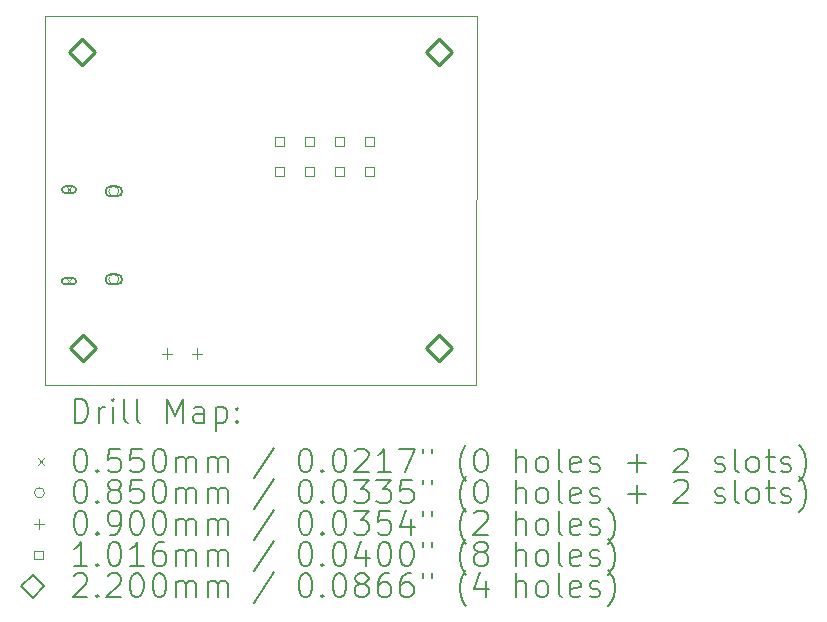
<source format=gbr>
%TF.GenerationSoftware,KiCad,Pcbnew,(6.0.7)*%
%TF.CreationDate,2022-09-15T17:22:23-05:00*%
%TF.ProjectId,starlightremote,73746172-6c69-4676-9874-72656d6f7465,rev?*%
%TF.SameCoordinates,Original*%
%TF.FileFunction,Drillmap*%
%TF.FilePolarity,Positive*%
%FSLAX45Y45*%
G04 Gerber Fmt 4.5, Leading zero omitted, Abs format (unit mm)*
G04 Created by KiCad (PCBNEW (6.0.7)) date 2022-09-15 17:22:23*
%MOMM*%
%LPD*%
G01*
G04 APERTURE LIST*
%ADD10C,0.100000*%
%ADD11C,0.200000*%
%ADD12C,0.055000*%
%ADD13C,0.085000*%
%ADD14C,0.090000*%
%ADD15C,0.101600*%
%ADD16C,0.220000*%
G04 APERTURE END LIST*
D10*
X12620625Y-10318750D02*
X8969375Y-10318750D01*
X8969375Y-7188200D02*
X12623800Y-7188200D01*
X12623800Y-7188200D02*
X12620625Y-10318750D01*
X8969375Y-10318750D02*
X8969375Y-7188200D01*
D11*
D12*
X9143750Y-8633750D02*
X9198750Y-8688750D01*
X9198750Y-8633750D02*
X9143750Y-8688750D01*
D11*
X9203750Y-8633750D02*
X9138750Y-8633750D01*
X9203750Y-8688750D02*
X9138750Y-8688750D01*
X9138750Y-8633750D02*
G75*
G03*
X9138750Y-8688750I0J-27500D01*
G01*
X9203750Y-8688750D02*
G75*
G03*
X9203750Y-8633750I0J27500D01*
G01*
D12*
X9143750Y-9408750D02*
X9198750Y-9463750D01*
X9198750Y-9408750D02*
X9143750Y-9463750D01*
D11*
X9203750Y-9408750D02*
X9138750Y-9408750D01*
X9203750Y-9463750D02*
X9138750Y-9463750D01*
X9138750Y-9408750D02*
G75*
G03*
X9138750Y-9463750I0J-27500D01*
G01*
X9203750Y-9463750D02*
G75*
G03*
X9203750Y-9408750I0J27500D01*
G01*
D13*
X9593750Y-8676250D02*
G75*
G03*
X9593750Y-8676250I-42500J0D01*
G01*
D11*
X9578750Y-8633750D02*
X9523750Y-8633750D01*
X9578750Y-8718750D02*
X9523750Y-8718750D01*
X9523750Y-8633750D02*
G75*
G03*
X9523750Y-8718750I0J-42500D01*
G01*
X9578750Y-8718750D02*
G75*
G03*
X9578750Y-8633750I0J42500D01*
G01*
D13*
X9593750Y-9421250D02*
G75*
G03*
X9593750Y-9421250I-42500J0D01*
G01*
D11*
X9578750Y-9378750D02*
X9523750Y-9378750D01*
X9578750Y-9463750D02*
X9523750Y-9463750D01*
X9523750Y-9378750D02*
G75*
G03*
X9523750Y-9463750I0J-42500D01*
G01*
X9578750Y-9463750D02*
G75*
G03*
X9578750Y-9378750I0J42500D01*
G01*
D14*
X10001250Y-10005000D02*
X10001250Y-10095000D01*
X9956250Y-10050000D02*
X10046250Y-10050000D01*
X10255250Y-10005000D02*
X10255250Y-10095000D01*
X10210250Y-10050000D02*
X10300250Y-10050000D01*
D15*
X10989671Y-8290921D02*
X10989671Y-8219079D01*
X10917829Y-8219079D01*
X10917829Y-8290921D01*
X10989671Y-8290921D01*
X10989671Y-8544921D02*
X10989671Y-8473079D01*
X10917829Y-8473079D01*
X10917829Y-8544921D01*
X10989671Y-8544921D01*
X11243671Y-8290921D02*
X11243671Y-8219079D01*
X11171829Y-8219079D01*
X11171829Y-8290921D01*
X11243671Y-8290921D01*
X11243671Y-8544921D02*
X11243671Y-8473079D01*
X11171829Y-8473079D01*
X11171829Y-8544921D01*
X11243671Y-8544921D01*
X11497671Y-8290921D02*
X11497671Y-8219079D01*
X11425829Y-8219079D01*
X11425829Y-8290921D01*
X11497671Y-8290921D01*
X11497671Y-8544921D02*
X11497671Y-8473079D01*
X11425829Y-8473079D01*
X11425829Y-8544921D01*
X11497671Y-8544921D01*
X11751671Y-8290921D02*
X11751671Y-8219079D01*
X11679829Y-8219079D01*
X11679829Y-8290921D01*
X11751671Y-8290921D01*
X11751671Y-8544921D02*
X11751671Y-8473079D01*
X11679829Y-8473079D01*
X11679829Y-8544921D01*
X11751671Y-8544921D01*
D16*
X9284125Y-7609350D02*
X9394125Y-7499350D01*
X9284125Y-7389350D01*
X9174125Y-7499350D01*
X9284125Y-7609350D01*
X9286875Y-10111250D02*
X9396875Y-10001250D01*
X9286875Y-9891250D01*
X9176875Y-10001250D01*
X9286875Y-10111250D01*
X12300375Y-7609350D02*
X12410375Y-7499350D01*
X12300375Y-7389350D01*
X12190375Y-7499350D01*
X12300375Y-7609350D01*
X12303125Y-10111250D02*
X12413125Y-10001250D01*
X12303125Y-9891250D01*
X12193125Y-10001250D01*
X12303125Y-10111250D01*
D11*
X9221994Y-10634226D02*
X9221994Y-10434226D01*
X9269613Y-10434226D01*
X9298185Y-10443750D01*
X9317232Y-10462798D01*
X9326756Y-10481845D01*
X9336280Y-10519940D01*
X9336280Y-10548512D01*
X9326756Y-10586607D01*
X9317232Y-10605655D01*
X9298185Y-10624702D01*
X9269613Y-10634226D01*
X9221994Y-10634226D01*
X9421994Y-10634226D02*
X9421994Y-10500893D01*
X9421994Y-10538988D02*
X9431518Y-10519940D01*
X9441042Y-10510417D01*
X9460089Y-10500893D01*
X9479137Y-10500893D01*
X9545804Y-10634226D02*
X9545804Y-10500893D01*
X9545804Y-10434226D02*
X9536280Y-10443750D01*
X9545804Y-10453274D01*
X9555327Y-10443750D01*
X9545804Y-10434226D01*
X9545804Y-10453274D01*
X9669613Y-10634226D02*
X9650565Y-10624702D01*
X9641042Y-10605655D01*
X9641042Y-10434226D01*
X9774375Y-10634226D02*
X9755327Y-10624702D01*
X9745804Y-10605655D01*
X9745804Y-10434226D01*
X10002946Y-10634226D02*
X10002946Y-10434226D01*
X10069613Y-10577083D01*
X10136280Y-10434226D01*
X10136280Y-10634226D01*
X10317232Y-10634226D02*
X10317232Y-10529464D01*
X10307708Y-10510417D01*
X10288661Y-10500893D01*
X10250565Y-10500893D01*
X10231518Y-10510417D01*
X10317232Y-10624702D02*
X10298185Y-10634226D01*
X10250565Y-10634226D01*
X10231518Y-10624702D01*
X10221994Y-10605655D01*
X10221994Y-10586607D01*
X10231518Y-10567560D01*
X10250565Y-10558036D01*
X10298185Y-10558036D01*
X10317232Y-10548512D01*
X10412470Y-10500893D02*
X10412470Y-10700893D01*
X10412470Y-10510417D02*
X10431518Y-10500893D01*
X10469613Y-10500893D01*
X10488661Y-10510417D01*
X10498185Y-10519940D01*
X10507708Y-10538988D01*
X10507708Y-10596131D01*
X10498185Y-10615179D01*
X10488661Y-10624702D01*
X10469613Y-10634226D01*
X10431518Y-10634226D01*
X10412470Y-10624702D01*
X10593423Y-10615179D02*
X10602946Y-10624702D01*
X10593423Y-10634226D01*
X10583899Y-10624702D01*
X10593423Y-10615179D01*
X10593423Y-10634226D01*
X10593423Y-10510417D02*
X10602946Y-10519940D01*
X10593423Y-10529464D01*
X10583899Y-10519940D01*
X10593423Y-10510417D01*
X10593423Y-10529464D01*
D12*
X8909375Y-10936250D02*
X8964375Y-10991250D01*
X8964375Y-10936250D02*
X8909375Y-10991250D01*
D11*
X9260089Y-10854226D02*
X9279137Y-10854226D01*
X9298185Y-10863750D01*
X9307708Y-10873274D01*
X9317232Y-10892321D01*
X9326756Y-10930417D01*
X9326756Y-10978036D01*
X9317232Y-11016131D01*
X9307708Y-11035179D01*
X9298185Y-11044702D01*
X9279137Y-11054226D01*
X9260089Y-11054226D01*
X9241042Y-11044702D01*
X9231518Y-11035179D01*
X9221994Y-11016131D01*
X9212470Y-10978036D01*
X9212470Y-10930417D01*
X9221994Y-10892321D01*
X9231518Y-10873274D01*
X9241042Y-10863750D01*
X9260089Y-10854226D01*
X9412470Y-11035179D02*
X9421994Y-11044702D01*
X9412470Y-11054226D01*
X9402946Y-11044702D01*
X9412470Y-11035179D01*
X9412470Y-11054226D01*
X9602946Y-10854226D02*
X9507708Y-10854226D01*
X9498185Y-10949464D01*
X9507708Y-10939940D01*
X9526756Y-10930417D01*
X9574375Y-10930417D01*
X9593423Y-10939940D01*
X9602946Y-10949464D01*
X9612470Y-10968512D01*
X9612470Y-11016131D01*
X9602946Y-11035179D01*
X9593423Y-11044702D01*
X9574375Y-11054226D01*
X9526756Y-11054226D01*
X9507708Y-11044702D01*
X9498185Y-11035179D01*
X9793423Y-10854226D02*
X9698185Y-10854226D01*
X9688661Y-10949464D01*
X9698185Y-10939940D01*
X9717232Y-10930417D01*
X9764851Y-10930417D01*
X9783899Y-10939940D01*
X9793423Y-10949464D01*
X9802946Y-10968512D01*
X9802946Y-11016131D01*
X9793423Y-11035179D01*
X9783899Y-11044702D01*
X9764851Y-11054226D01*
X9717232Y-11054226D01*
X9698185Y-11044702D01*
X9688661Y-11035179D01*
X9926756Y-10854226D02*
X9945804Y-10854226D01*
X9964851Y-10863750D01*
X9974375Y-10873274D01*
X9983899Y-10892321D01*
X9993423Y-10930417D01*
X9993423Y-10978036D01*
X9983899Y-11016131D01*
X9974375Y-11035179D01*
X9964851Y-11044702D01*
X9945804Y-11054226D01*
X9926756Y-11054226D01*
X9907708Y-11044702D01*
X9898185Y-11035179D01*
X9888661Y-11016131D01*
X9879137Y-10978036D01*
X9879137Y-10930417D01*
X9888661Y-10892321D01*
X9898185Y-10873274D01*
X9907708Y-10863750D01*
X9926756Y-10854226D01*
X10079137Y-11054226D02*
X10079137Y-10920893D01*
X10079137Y-10939940D02*
X10088661Y-10930417D01*
X10107708Y-10920893D01*
X10136280Y-10920893D01*
X10155327Y-10930417D01*
X10164851Y-10949464D01*
X10164851Y-11054226D01*
X10164851Y-10949464D02*
X10174375Y-10930417D01*
X10193423Y-10920893D01*
X10221994Y-10920893D01*
X10241042Y-10930417D01*
X10250565Y-10949464D01*
X10250565Y-11054226D01*
X10345804Y-11054226D02*
X10345804Y-10920893D01*
X10345804Y-10939940D02*
X10355327Y-10930417D01*
X10374375Y-10920893D01*
X10402946Y-10920893D01*
X10421994Y-10930417D01*
X10431518Y-10949464D01*
X10431518Y-11054226D01*
X10431518Y-10949464D02*
X10441042Y-10930417D01*
X10460089Y-10920893D01*
X10488661Y-10920893D01*
X10507708Y-10930417D01*
X10517232Y-10949464D01*
X10517232Y-11054226D01*
X10907708Y-10844702D02*
X10736280Y-11101845D01*
X11164851Y-10854226D02*
X11183899Y-10854226D01*
X11202946Y-10863750D01*
X11212470Y-10873274D01*
X11221994Y-10892321D01*
X11231518Y-10930417D01*
X11231518Y-10978036D01*
X11221994Y-11016131D01*
X11212470Y-11035179D01*
X11202946Y-11044702D01*
X11183899Y-11054226D01*
X11164851Y-11054226D01*
X11145804Y-11044702D01*
X11136280Y-11035179D01*
X11126756Y-11016131D01*
X11117232Y-10978036D01*
X11117232Y-10930417D01*
X11126756Y-10892321D01*
X11136280Y-10873274D01*
X11145804Y-10863750D01*
X11164851Y-10854226D01*
X11317232Y-11035179D02*
X11326756Y-11044702D01*
X11317232Y-11054226D01*
X11307708Y-11044702D01*
X11317232Y-11035179D01*
X11317232Y-11054226D01*
X11450565Y-10854226D02*
X11469613Y-10854226D01*
X11488661Y-10863750D01*
X11498184Y-10873274D01*
X11507708Y-10892321D01*
X11517232Y-10930417D01*
X11517232Y-10978036D01*
X11507708Y-11016131D01*
X11498184Y-11035179D01*
X11488661Y-11044702D01*
X11469613Y-11054226D01*
X11450565Y-11054226D01*
X11431518Y-11044702D01*
X11421994Y-11035179D01*
X11412470Y-11016131D01*
X11402946Y-10978036D01*
X11402946Y-10930417D01*
X11412470Y-10892321D01*
X11421994Y-10873274D01*
X11431518Y-10863750D01*
X11450565Y-10854226D01*
X11593423Y-10873274D02*
X11602946Y-10863750D01*
X11621994Y-10854226D01*
X11669613Y-10854226D01*
X11688661Y-10863750D01*
X11698184Y-10873274D01*
X11707708Y-10892321D01*
X11707708Y-10911369D01*
X11698184Y-10939940D01*
X11583899Y-11054226D01*
X11707708Y-11054226D01*
X11898184Y-11054226D02*
X11783899Y-11054226D01*
X11841042Y-11054226D02*
X11841042Y-10854226D01*
X11821994Y-10882798D01*
X11802946Y-10901845D01*
X11783899Y-10911369D01*
X11964851Y-10854226D02*
X12098184Y-10854226D01*
X12012470Y-11054226D01*
X12164851Y-10854226D02*
X12164851Y-10892321D01*
X12241042Y-10854226D02*
X12241042Y-10892321D01*
X12536280Y-11130417D02*
X12526756Y-11120893D01*
X12507708Y-11092321D01*
X12498184Y-11073274D01*
X12488661Y-11044702D01*
X12479137Y-10997083D01*
X12479137Y-10958988D01*
X12488661Y-10911369D01*
X12498184Y-10882798D01*
X12507708Y-10863750D01*
X12526756Y-10835179D01*
X12536280Y-10825655D01*
X12650565Y-10854226D02*
X12669613Y-10854226D01*
X12688661Y-10863750D01*
X12698184Y-10873274D01*
X12707708Y-10892321D01*
X12717232Y-10930417D01*
X12717232Y-10978036D01*
X12707708Y-11016131D01*
X12698184Y-11035179D01*
X12688661Y-11044702D01*
X12669613Y-11054226D01*
X12650565Y-11054226D01*
X12631518Y-11044702D01*
X12621994Y-11035179D01*
X12612470Y-11016131D01*
X12602946Y-10978036D01*
X12602946Y-10930417D01*
X12612470Y-10892321D01*
X12621994Y-10873274D01*
X12631518Y-10863750D01*
X12650565Y-10854226D01*
X12955327Y-11054226D02*
X12955327Y-10854226D01*
X13041042Y-11054226D02*
X13041042Y-10949464D01*
X13031518Y-10930417D01*
X13012470Y-10920893D01*
X12983899Y-10920893D01*
X12964851Y-10930417D01*
X12955327Y-10939940D01*
X13164851Y-11054226D02*
X13145803Y-11044702D01*
X13136280Y-11035179D01*
X13126756Y-11016131D01*
X13126756Y-10958988D01*
X13136280Y-10939940D01*
X13145803Y-10930417D01*
X13164851Y-10920893D01*
X13193423Y-10920893D01*
X13212470Y-10930417D01*
X13221994Y-10939940D01*
X13231518Y-10958988D01*
X13231518Y-11016131D01*
X13221994Y-11035179D01*
X13212470Y-11044702D01*
X13193423Y-11054226D01*
X13164851Y-11054226D01*
X13345803Y-11054226D02*
X13326756Y-11044702D01*
X13317232Y-11025655D01*
X13317232Y-10854226D01*
X13498184Y-11044702D02*
X13479137Y-11054226D01*
X13441042Y-11054226D01*
X13421994Y-11044702D01*
X13412470Y-11025655D01*
X13412470Y-10949464D01*
X13421994Y-10930417D01*
X13441042Y-10920893D01*
X13479137Y-10920893D01*
X13498184Y-10930417D01*
X13507708Y-10949464D01*
X13507708Y-10968512D01*
X13412470Y-10987560D01*
X13583899Y-11044702D02*
X13602946Y-11054226D01*
X13641042Y-11054226D01*
X13660089Y-11044702D01*
X13669613Y-11025655D01*
X13669613Y-11016131D01*
X13660089Y-10997083D01*
X13641042Y-10987560D01*
X13612470Y-10987560D01*
X13593423Y-10978036D01*
X13583899Y-10958988D01*
X13583899Y-10949464D01*
X13593423Y-10930417D01*
X13612470Y-10920893D01*
X13641042Y-10920893D01*
X13660089Y-10930417D01*
X13907708Y-10978036D02*
X14060089Y-10978036D01*
X13983899Y-11054226D02*
X13983899Y-10901845D01*
X14298184Y-10873274D02*
X14307708Y-10863750D01*
X14326756Y-10854226D01*
X14374375Y-10854226D01*
X14393423Y-10863750D01*
X14402946Y-10873274D01*
X14412470Y-10892321D01*
X14412470Y-10911369D01*
X14402946Y-10939940D01*
X14288661Y-11054226D01*
X14412470Y-11054226D01*
X14641042Y-11044702D02*
X14660089Y-11054226D01*
X14698184Y-11054226D01*
X14717232Y-11044702D01*
X14726756Y-11025655D01*
X14726756Y-11016131D01*
X14717232Y-10997083D01*
X14698184Y-10987560D01*
X14669613Y-10987560D01*
X14650565Y-10978036D01*
X14641042Y-10958988D01*
X14641042Y-10949464D01*
X14650565Y-10930417D01*
X14669613Y-10920893D01*
X14698184Y-10920893D01*
X14717232Y-10930417D01*
X14841042Y-11054226D02*
X14821994Y-11044702D01*
X14812470Y-11025655D01*
X14812470Y-10854226D01*
X14945803Y-11054226D02*
X14926756Y-11044702D01*
X14917232Y-11035179D01*
X14907708Y-11016131D01*
X14907708Y-10958988D01*
X14917232Y-10939940D01*
X14926756Y-10930417D01*
X14945803Y-10920893D01*
X14974375Y-10920893D01*
X14993423Y-10930417D01*
X15002946Y-10939940D01*
X15012470Y-10958988D01*
X15012470Y-11016131D01*
X15002946Y-11035179D01*
X14993423Y-11044702D01*
X14974375Y-11054226D01*
X14945803Y-11054226D01*
X15069613Y-10920893D02*
X15145803Y-10920893D01*
X15098184Y-10854226D02*
X15098184Y-11025655D01*
X15107708Y-11044702D01*
X15126756Y-11054226D01*
X15145803Y-11054226D01*
X15202946Y-11044702D02*
X15221994Y-11054226D01*
X15260089Y-11054226D01*
X15279137Y-11044702D01*
X15288661Y-11025655D01*
X15288661Y-11016131D01*
X15279137Y-10997083D01*
X15260089Y-10987560D01*
X15231518Y-10987560D01*
X15212470Y-10978036D01*
X15202946Y-10958988D01*
X15202946Y-10949464D01*
X15212470Y-10930417D01*
X15231518Y-10920893D01*
X15260089Y-10920893D01*
X15279137Y-10930417D01*
X15355327Y-11130417D02*
X15364851Y-11120893D01*
X15383899Y-11092321D01*
X15393423Y-11073274D01*
X15402946Y-11044702D01*
X15412470Y-10997083D01*
X15412470Y-10958988D01*
X15402946Y-10911369D01*
X15393423Y-10882798D01*
X15383899Y-10863750D01*
X15364851Y-10835179D01*
X15355327Y-10825655D01*
D13*
X8964375Y-11227750D02*
G75*
G03*
X8964375Y-11227750I-42500J0D01*
G01*
D11*
X9260089Y-11118226D02*
X9279137Y-11118226D01*
X9298185Y-11127750D01*
X9307708Y-11137274D01*
X9317232Y-11156321D01*
X9326756Y-11194417D01*
X9326756Y-11242036D01*
X9317232Y-11280131D01*
X9307708Y-11299178D01*
X9298185Y-11308702D01*
X9279137Y-11318226D01*
X9260089Y-11318226D01*
X9241042Y-11308702D01*
X9231518Y-11299178D01*
X9221994Y-11280131D01*
X9212470Y-11242036D01*
X9212470Y-11194417D01*
X9221994Y-11156321D01*
X9231518Y-11137274D01*
X9241042Y-11127750D01*
X9260089Y-11118226D01*
X9412470Y-11299178D02*
X9421994Y-11308702D01*
X9412470Y-11318226D01*
X9402946Y-11308702D01*
X9412470Y-11299178D01*
X9412470Y-11318226D01*
X9536280Y-11203940D02*
X9517232Y-11194417D01*
X9507708Y-11184893D01*
X9498185Y-11165845D01*
X9498185Y-11156321D01*
X9507708Y-11137274D01*
X9517232Y-11127750D01*
X9536280Y-11118226D01*
X9574375Y-11118226D01*
X9593423Y-11127750D01*
X9602946Y-11137274D01*
X9612470Y-11156321D01*
X9612470Y-11165845D01*
X9602946Y-11184893D01*
X9593423Y-11194417D01*
X9574375Y-11203940D01*
X9536280Y-11203940D01*
X9517232Y-11213464D01*
X9507708Y-11222988D01*
X9498185Y-11242036D01*
X9498185Y-11280131D01*
X9507708Y-11299178D01*
X9517232Y-11308702D01*
X9536280Y-11318226D01*
X9574375Y-11318226D01*
X9593423Y-11308702D01*
X9602946Y-11299178D01*
X9612470Y-11280131D01*
X9612470Y-11242036D01*
X9602946Y-11222988D01*
X9593423Y-11213464D01*
X9574375Y-11203940D01*
X9793423Y-11118226D02*
X9698185Y-11118226D01*
X9688661Y-11213464D01*
X9698185Y-11203940D01*
X9717232Y-11194417D01*
X9764851Y-11194417D01*
X9783899Y-11203940D01*
X9793423Y-11213464D01*
X9802946Y-11232512D01*
X9802946Y-11280131D01*
X9793423Y-11299178D01*
X9783899Y-11308702D01*
X9764851Y-11318226D01*
X9717232Y-11318226D01*
X9698185Y-11308702D01*
X9688661Y-11299178D01*
X9926756Y-11118226D02*
X9945804Y-11118226D01*
X9964851Y-11127750D01*
X9974375Y-11137274D01*
X9983899Y-11156321D01*
X9993423Y-11194417D01*
X9993423Y-11242036D01*
X9983899Y-11280131D01*
X9974375Y-11299178D01*
X9964851Y-11308702D01*
X9945804Y-11318226D01*
X9926756Y-11318226D01*
X9907708Y-11308702D01*
X9898185Y-11299178D01*
X9888661Y-11280131D01*
X9879137Y-11242036D01*
X9879137Y-11194417D01*
X9888661Y-11156321D01*
X9898185Y-11137274D01*
X9907708Y-11127750D01*
X9926756Y-11118226D01*
X10079137Y-11318226D02*
X10079137Y-11184893D01*
X10079137Y-11203940D02*
X10088661Y-11194417D01*
X10107708Y-11184893D01*
X10136280Y-11184893D01*
X10155327Y-11194417D01*
X10164851Y-11213464D01*
X10164851Y-11318226D01*
X10164851Y-11213464D02*
X10174375Y-11194417D01*
X10193423Y-11184893D01*
X10221994Y-11184893D01*
X10241042Y-11194417D01*
X10250565Y-11213464D01*
X10250565Y-11318226D01*
X10345804Y-11318226D02*
X10345804Y-11184893D01*
X10345804Y-11203940D02*
X10355327Y-11194417D01*
X10374375Y-11184893D01*
X10402946Y-11184893D01*
X10421994Y-11194417D01*
X10431518Y-11213464D01*
X10431518Y-11318226D01*
X10431518Y-11213464D02*
X10441042Y-11194417D01*
X10460089Y-11184893D01*
X10488661Y-11184893D01*
X10507708Y-11194417D01*
X10517232Y-11213464D01*
X10517232Y-11318226D01*
X10907708Y-11108702D02*
X10736280Y-11365845D01*
X11164851Y-11118226D02*
X11183899Y-11118226D01*
X11202946Y-11127750D01*
X11212470Y-11137274D01*
X11221994Y-11156321D01*
X11231518Y-11194417D01*
X11231518Y-11242036D01*
X11221994Y-11280131D01*
X11212470Y-11299178D01*
X11202946Y-11308702D01*
X11183899Y-11318226D01*
X11164851Y-11318226D01*
X11145804Y-11308702D01*
X11136280Y-11299178D01*
X11126756Y-11280131D01*
X11117232Y-11242036D01*
X11117232Y-11194417D01*
X11126756Y-11156321D01*
X11136280Y-11137274D01*
X11145804Y-11127750D01*
X11164851Y-11118226D01*
X11317232Y-11299178D02*
X11326756Y-11308702D01*
X11317232Y-11318226D01*
X11307708Y-11308702D01*
X11317232Y-11299178D01*
X11317232Y-11318226D01*
X11450565Y-11118226D02*
X11469613Y-11118226D01*
X11488661Y-11127750D01*
X11498184Y-11137274D01*
X11507708Y-11156321D01*
X11517232Y-11194417D01*
X11517232Y-11242036D01*
X11507708Y-11280131D01*
X11498184Y-11299178D01*
X11488661Y-11308702D01*
X11469613Y-11318226D01*
X11450565Y-11318226D01*
X11431518Y-11308702D01*
X11421994Y-11299178D01*
X11412470Y-11280131D01*
X11402946Y-11242036D01*
X11402946Y-11194417D01*
X11412470Y-11156321D01*
X11421994Y-11137274D01*
X11431518Y-11127750D01*
X11450565Y-11118226D01*
X11583899Y-11118226D02*
X11707708Y-11118226D01*
X11641042Y-11194417D01*
X11669613Y-11194417D01*
X11688661Y-11203940D01*
X11698184Y-11213464D01*
X11707708Y-11232512D01*
X11707708Y-11280131D01*
X11698184Y-11299178D01*
X11688661Y-11308702D01*
X11669613Y-11318226D01*
X11612470Y-11318226D01*
X11593423Y-11308702D01*
X11583899Y-11299178D01*
X11774375Y-11118226D02*
X11898184Y-11118226D01*
X11831518Y-11194417D01*
X11860089Y-11194417D01*
X11879137Y-11203940D01*
X11888661Y-11213464D01*
X11898184Y-11232512D01*
X11898184Y-11280131D01*
X11888661Y-11299178D01*
X11879137Y-11308702D01*
X11860089Y-11318226D01*
X11802946Y-11318226D01*
X11783899Y-11308702D01*
X11774375Y-11299178D01*
X12079137Y-11118226D02*
X11983899Y-11118226D01*
X11974375Y-11213464D01*
X11983899Y-11203940D01*
X12002946Y-11194417D01*
X12050565Y-11194417D01*
X12069613Y-11203940D01*
X12079137Y-11213464D01*
X12088661Y-11232512D01*
X12088661Y-11280131D01*
X12079137Y-11299178D01*
X12069613Y-11308702D01*
X12050565Y-11318226D01*
X12002946Y-11318226D01*
X11983899Y-11308702D01*
X11974375Y-11299178D01*
X12164851Y-11118226D02*
X12164851Y-11156321D01*
X12241042Y-11118226D02*
X12241042Y-11156321D01*
X12536280Y-11394417D02*
X12526756Y-11384893D01*
X12507708Y-11356321D01*
X12498184Y-11337274D01*
X12488661Y-11308702D01*
X12479137Y-11261083D01*
X12479137Y-11222988D01*
X12488661Y-11175369D01*
X12498184Y-11146798D01*
X12507708Y-11127750D01*
X12526756Y-11099179D01*
X12536280Y-11089655D01*
X12650565Y-11118226D02*
X12669613Y-11118226D01*
X12688661Y-11127750D01*
X12698184Y-11137274D01*
X12707708Y-11156321D01*
X12717232Y-11194417D01*
X12717232Y-11242036D01*
X12707708Y-11280131D01*
X12698184Y-11299178D01*
X12688661Y-11308702D01*
X12669613Y-11318226D01*
X12650565Y-11318226D01*
X12631518Y-11308702D01*
X12621994Y-11299178D01*
X12612470Y-11280131D01*
X12602946Y-11242036D01*
X12602946Y-11194417D01*
X12612470Y-11156321D01*
X12621994Y-11137274D01*
X12631518Y-11127750D01*
X12650565Y-11118226D01*
X12955327Y-11318226D02*
X12955327Y-11118226D01*
X13041042Y-11318226D02*
X13041042Y-11213464D01*
X13031518Y-11194417D01*
X13012470Y-11184893D01*
X12983899Y-11184893D01*
X12964851Y-11194417D01*
X12955327Y-11203940D01*
X13164851Y-11318226D02*
X13145803Y-11308702D01*
X13136280Y-11299178D01*
X13126756Y-11280131D01*
X13126756Y-11222988D01*
X13136280Y-11203940D01*
X13145803Y-11194417D01*
X13164851Y-11184893D01*
X13193423Y-11184893D01*
X13212470Y-11194417D01*
X13221994Y-11203940D01*
X13231518Y-11222988D01*
X13231518Y-11280131D01*
X13221994Y-11299178D01*
X13212470Y-11308702D01*
X13193423Y-11318226D01*
X13164851Y-11318226D01*
X13345803Y-11318226D02*
X13326756Y-11308702D01*
X13317232Y-11289655D01*
X13317232Y-11118226D01*
X13498184Y-11308702D02*
X13479137Y-11318226D01*
X13441042Y-11318226D01*
X13421994Y-11308702D01*
X13412470Y-11289655D01*
X13412470Y-11213464D01*
X13421994Y-11194417D01*
X13441042Y-11184893D01*
X13479137Y-11184893D01*
X13498184Y-11194417D01*
X13507708Y-11213464D01*
X13507708Y-11232512D01*
X13412470Y-11251559D01*
X13583899Y-11308702D02*
X13602946Y-11318226D01*
X13641042Y-11318226D01*
X13660089Y-11308702D01*
X13669613Y-11289655D01*
X13669613Y-11280131D01*
X13660089Y-11261083D01*
X13641042Y-11251559D01*
X13612470Y-11251559D01*
X13593423Y-11242036D01*
X13583899Y-11222988D01*
X13583899Y-11213464D01*
X13593423Y-11194417D01*
X13612470Y-11184893D01*
X13641042Y-11184893D01*
X13660089Y-11194417D01*
X13907708Y-11242036D02*
X14060089Y-11242036D01*
X13983899Y-11318226D02*
X13983899Y-11165845D01*
X14298184Y-11137274D02*
X14307708Y-11127750D01*
X14326756Y-11118226D01*
X14374375Y-11118226D01*
X14393423Y-11127750D01*
X14402946Y-11137274D01*
X14412470Y-11156321D01*
X14412470Y-11175369D01*
X14402946Y-11203940D01*
X14288661Y-11318226D01*
X14412470Y-11318226D01*
X14641042Y-11308702D02*
X14660089Y-11318226D01*
X14698184Y-11318226D01*
X14717232Y-11308702D01*
X14726756Y-11289655D01*
X14726756Y-11280131D01*
X14717232Y-11261083D01*
X14698184Y-11251559D01*
X14669613Y-11251559D01*
X14650565Y-11242036D01*
X14641042Y-11222988D01*
X14641042Y-11213464D01*
X14650565Y-11194417D01*
X14669613Y-11184893D01*
X14698184Y-11184893D01*
X14717232Y-11194417D01*
X14841042Y-11318226D02*
X14821994Y-11308702D01*
X14812470Y-11289655D01*
X14812470Y-11118226D01*
X14945803Y-11318226D02*
X14926756Y-11308702D01*
X14917232Y-11299178D01*
X14907708Y-11280131D01*
X14907708Y-11222988D01*
X14917232Y-11203940D01*
X14926756Y-11194417D01*
X14945803Y-11184893D01*
X14974375Y-11184893D01*
X14993423Y-11194417D01*
X15002946Y-11203940D01*
X15012470Y-11222988D01*
X15012470Y-11280131D01*
X15002946Y-11299178D01*
X14993423Y-11308702D01*
X14974375Y-11318226D01*
X14945803Y-11318226D01*
X15069613Y-11184893D02*
X15145803Y-11184893D01*
X15098184Y-11118226D02*
X15098184Y-11289655D01*
X15107708Y-11308702D01*
X15126756Y-11318226D01*
X15145803Y-11318226D01*
X15202946Y-11308702D02*
X15221994Y-11318226D01*
X15260089Y-11318226D01*
X15279137Y-11308702D01*
X15288661Y-11289655D01*
X15288661Y-11280131D01*
X15279137Y-11261083D01*
X15260089Y-11251559D01*
X15231518Y-11251559D01*
X15212470Y-11242036D01*
X15202946Y-11222988D01*
X15202946Y-11213464D01*
X15212470Y-11194417D01*
X15231518Y-11184893D01*
X15260089Y-11184893D01*
X15279137Y-11194417D01*
X15355327Y-11394417D02*
X15364851Y-11384893D01*
X15383899Y-11356321D01*
X15393423Y-11337274D01*
X15402946Y-11308702D01*
X15412470Y-11261083D01*
X15412470Y-11222988D01*
X15402946Y-11175369D01*
X15393423Y-11146798D01*
X15383899Y-11127750D01*
X15364851Y-11099179D01*
X15355327Y-11089655D01*
D14*
X8919375Y-11446750D02*
X8919375Y-11536750D01*
X8874375Y-11491750D02*
X8964375Y-11491750D01*
D11*
X9260089Y-11382226D02*
X9279137Y-11382226D01*
X9298185Y-11391750D01*
X9307708Y-11401274D01*
X9317232Y-11420321D01*
X9326756Y-11458417D01*
X9326756Y-11506036D01*
X9317232Y-11544131D01*
X9307708Y-11563178D01*
X9298185Y-11572702D01*
X9279137Y-11582226D01*
X9260089Y-11582226D01*
X9241042Y-11572702D01*
X9231518Y-11563178D01*
X9221994Y-11544131D01*
X9212470Y-11506036D01*
X9212470Y-11458417D01*
X9221994Y-11420321D01*
X9231518Y-11401274D01*
X9241042Y-11391750D01*
X9260089Y-11382226D01*
X9412470Y-11563178D02*
X9421994Y-11572702D01*
X9412470Y-11582226D01*
X9402946Y-11572702D01*
X9412470Y-11563178D01*
X9412470Y-11582226D01*
X9517232Y-11582226D02*
X9555327Y-11582226D01*
X9574375Y-11572702D01*
X9583899Y-11563178D01*
X9602946Y-11534607D01*
X9612470Y-11496512D01*
X9612470Y-11420321D01*
X9602946Y-11401274D01*
X9593423Y-11391750D01*
X9574375Y-11382226D01*
X9536280Y-11382226D01*
X9517232Y-11391750D01*
X9507708Y-11401274D01*
X9498185Y-11420321D01*
X9498185Y-11467940D01*
X9507708Y-11486988D01*
X9517232Y-11496512D01*
X9536280Y-11506036D01*
X9574375Y-11506036D01*
X9593423Y-11496512D01*
X9602946Y-11486988D01*
X9612470Y-11467940D01*
X9736280Y-11382226D02*
X9755327Y-11382226D01*
X9774375Y-11391750D01*
X9783899Y-11401274D01*
X9793423Y-11420321D01*
X9802946Y-11458417D01*
X9802946Y-11506036D01*
X9793423Y-11544131D01*
X9783899Y-11563178D01*
X9774375Y-11572702D01*
X9755327Y-11582226D01*
X9736280Y-11582226D01*
X9717232Y-11572702D01*
X9707708Y-11563178D01*
X9698185Y-11544131D01*
X9688661Y-11506036D01*
X9688661Y-11458417D01*
X9698185Y-11420321D01*
X9707708Y-11401274D01*
X9717232Y-11391750D01*
X9736280Y-11382226D01*
X9926756Y-11382226D02*
X9945804Y-11382226D01*
X9964851Y-11391750D01*
X9974375Y-11401274D01*
X9983899Y-11420321D01*
X9993423Y-11458417D01*
X9993423Y-11506036D01*
X9983899Y-11544131D01*
X9974375Y-11563178D01*
X9964851Y-11572702D01*
X9945804Y-11582226D01*
X9926756Y-11582226D01*
X9907708Y-11572702D01*
X9898185Y-11563178D01*
X9888661Y-11544131D01*
X9879137Y-11506036D01*
X9879137Y-11458417D01*
X9888661Y-11420321D01*
X9898185Y-11401274D01*
X9907708Y-11391750D01*
X9926756Y-11382226D01*
X10079137Y-11582226D02*
X10079137Y-11448893D01*
X10079137Y-11467940D02*
X10088661Y-11458417D01*
X10107708Y-11448893D01*
X10136280Y-11448893D01*
X10155327Y-11458417D01*
X10164851Y-11477464D01*
X10164851Y-11582226D01*
X10164851Y-11477464D02*
X10174375Y-11458417D01*
X10193423Y-11448893D01*
X10221994Y-11448893D01*
X10241042Y-11458417D01*
X10250565Y-11477464D01*
X10250565Y-11582226D01*
X10345804Y-11582226D02*
X10345804Y-11448893D01*
X10345804Y-11467940D02*
X10355327Y-11458417D01*
X10374375Y-11448893D01*
X10402946Y-11448893D01*
X10421994Y-11458417D01*
X10431518Y-11477464D01*
X10431518Y-11582226D01*
X10431518Y-11477464D02*
X10441042Y-11458417D01*
X10460089Y-11448893D01*
X10488661Y-11448893D01*
X10507708Y-11458417D01*
X10517232Y-11477464D01*
X10517232Y-11582226D01*
X10907708Y-11372702D02*
X10736280Y-11629845D01*
X11164851Y-11382226D02*
X11183899Y-11382226D01*
X11202946Y-11391750D01*
X11212470Y-11401274D01*
X11221994Y-11420321D01*
X11231518Y-11458417D01*
X11231518Y-11506036D01*
X11221994Y-11544131D01*
X11212470Y-11563178D01*
X11202946Y-11572702D01*
X11183899Y-11582226D01*
X11164851Y-11582226D01*
X11145804Y-11572702D01*
X11136280Y-11563178D01*
X11126756Y-11544131D01*
X11117232Y-11506036D01*
X11117232Y-11458417D01*
X11126756Y-11420321D01*
X11136280Y-11401274D01*
X11145804Y-11391750D01*
X11164851Y-11382226D01*
X11317232Y-11563178D02*
X11326756Y-11572702D01*
X11317232Y-11582226D01*
X11307708Y-11572702D01*
X11317232Y-11563178D01*
X11317232Y-11582226D01*
X11450565Y-11382226D02*
X11469613Y-11382226D01*
X11488661Y-11391750D01*
X11498184Y-11401274D01*
X11507708Y-11420321D01*
X11517232Y-11458417D01*
X11517232Y-11506036D01*
X11507708Y-11544131D01*
X11498184Y-11563178D01*
X11488661Y-11572702D01*
X11469613Y-11582226D01*
X11450565Y-11582226D01*
X11431518Y-11572702D01*
X11421994Y-11563178D01*
X11412470Y-11544131D01*
X11402946Y-11506036D01*
X11402946Y-11458417D01*
X11412470Y-11420321D01*
X11421994Y-11401274D01*
X11431518Y-11391750D01*
X11450565Y-11382226D01*
X11583899Y-11382226D02*
X11707708Y-11382226D01*
X11641042Y-11458417D01*
X11669613Y-11458417D01*
X11688661Y-11467940D01*
X11698184Y-11477464D01*
X11707708Y-11496512D01*
X11707708Y-11544131D01*
X11698184Y-11563178D01*
X11688661Y-11572702D01*
X11669613Y-11582226D01*
X11612470Y-11582226D01*
X11593423Y-11572702D01*
X11583899Y-11563178D01*
X11888661Y-11382226D02*
X11793423Y-11382226D01*
X11783899Y-11477464D01*
X11793423Y-11467940D01*
X11812470Y-11458417D01*
X11860089Y-11458417D01*
X11879137Y-11467940D01*
X11888661Y-11477464D01*
X11898184Y-11496512D01*
X11898184Y-11544131D01*
X11888661Y-11563178D01*
X11879137Y-11572702D01*
X11860089Y-11582226D01*
X11812470Y-11582226D01*
X11793423Y-11572702D01*
X11783899Y-11563178D01*
X12069613Y-11448893D02*
X12069613Y-11582226D01*
X12021994Y-11372702D02*
X11974375Y-11515559D01*
X12098184Y-11515559D01*
X12164851Y-11382226D02*
X12164851Y-11420321D01*
X12241042Y-11382226D02*
X12241042Y-11420321D01*
X12536280Y-11658417D02*
X12526756Y-11648893D01*
X12507708Y-11620321D01*
X12498184Y-11601274D01*
X12488661Y-11572702D01*
X12479137Y-11525083D01*
X12479137Y-11486988D01*
X12488661Y-11439369D01*
X12498184Y-11410798D01*
X12507708Y-11391750D01*
X12526756Y-11363178D01*
X12536280Y-11353655D01*
X12602946Y-11401274D02*
X12612470Y-11391750D01*
X12631518Y-11382226D01*
X12679137Y-11382226D01*
X12698184Y-11391750D01*
X12707708Y-11401274D01*
X12717232Y-11420321D01*
X12717232Y-11439369D01*
X12707708Y-11467940D01*
X12593423Y-11582226D01*
X12717232Y-11582226D01*
X12955327Y-11582226D02*
X12955327Y-11382226D01*
X13041042Y-11582226D02*
X13041042Y-11477464D01*
X13031518Y-11458417D01*
X13012470Y-11448893D01*
X12983899Y-11448893D01*
X12964851Y-11458417D01*
X12955327Y-11467940D01*
X13164851Y-11582226D02*
X13145803Y-11572702D01*
X13136280Y-11563178D01*
X13126756Y-11544131D01*
X13126756Y-11486988D01*
X13136280Y-11467940D01*
X13145803Y-11458417D01*
X13164851Y-11448893D01*
X13193423Y-11448893D01*
X13212470Y-11458417D01*
X13221994Y-11467940D01*
X13231518Y-11486988D01*
X13231518Y-11544131D01*
X13221994Y-11563178D01*
X13212470Y-11572702D01*
X13193423Y-11582226D01*
X13164851Y-11582226D01*
X13345803Y-11582226D02*
X13326756Y-11572702D01*
X13317232Y-11553655D01*
X13317232Y-11382226D01*
X13498184Y-11572702D02*
X13479137Y-11582226D01*
X13441042Y-11582226D01*
X13421994Y-11572702D01*
X13412470Y-11553655D01*
X13412470Y-11477464D01*
X13421994Y-11458417D01*
X13441042Y-11448893D01*
X13479137Y-11448893D01*
X13498184Y-11458417D01*
X13507708Y-11477464D01*
X13507708Y-11496512D01*
X13412470Y-11515559D01*
X13583899Y-11572702D02*
X13602946Y-11582226D01*
X13641042Y-11582226D01*
X13660089Y-11572702D01*
X13669613Y-11553655D01*
X13669613Y-11544131D01*
X13660089Y-11525083D01*
X13641042Y-11515559D01*
X13612470Y-11515559D01*
X13593423Y-11506036D01*
X13583899Y-11486988D01*
X13583899Y-11477464D01*
X13593423Y-11458417D01*
X13612470Y-11448893D01*
X13641042Y-11448893D01*
X13660089Y-11458417D01*
X13736280Y-11658417D02*
X13745803Y-11648893D01*
X13764851Y-11620321D01*
X13774375Y-11601274D01*
X13783899Y-11572702D01*
X13793423Y-11525083D01*
X13793423Y-11486988D01*
X13783899Y-11439369D01*
X13774375Y-11410798D01*
X13764851Y-11391750D01*
X13745803Y-11363178D01*
X13736280Y-11353655D01*
D15*
X8949496Y-11791671D02*
X8949496Y-11719829D01*
X8877654Y-11719829D01*
X8877654Y-11791671D01*
X8949496Y-11791671D01*
D11*
X9326756Y-11846226D02*
X9212470Y-11846226D01*
X9269613Y-11846226D02*
X9269613Y-11646226D01*
X9250565Y-11674798D01*
X9231518Y-11693845D01*
X9212470Y-11703369D01*
X9412470Y-11827178D02*
X9421994Y-11836702D01*
X9412470Y-11846226D01*
X9402946Y-11836702D01*
X9412470Y-11827178D01*
X9412470Y-11846226D01*
X9545804Y-11646226D02*
X9564851Y-11646226D01*
X9583899Y-11655750D01*
X9593423Y-11665274D01*
X9602946Y-11684321D01*
X9612470Y-11722417D01*
X9612470Y-11770036D01*
X9602946Y-11808131D01*
X9593423Y-11827178D01*
X9583899Y-11836702D01*
X9564851Y-11846226D01*
X9545804Y-11846226D01*
X9526756Y-11836702D01*
X9517232Y-11827178D01*
X9507708Y-11808131D01*
X9498185Y-11770036D01*
X9498185Y-11722417D01*
X9507708Y-11684321D01*
X9517232Y-11665274D01*
X9526756Y-11655750D01*
X9545804Y-11646226D01*
X9802946Y-11846226D02*
X9688661Y-11846226D01*
X9745804Y-11846226D02*
X9745804Y-11646226D01*
X9726756Y-11674798D01*
X9707708Y-11693845D01*
X9688661Y-11703369D01*
X9974375Y-11646226D02*
X9936280Y-11646226D01*
X9917232Y-11655750D01*
X9907708Y-11665274D01*
X9888661Y-11693845D01*
X9879137Y-11731940D01*
X9879137Y-11808131D01*
X9888661Y-11827178D01*
X9898185Y-11836702D01*
X9917232Y-11846226D01*
X9955327Y-11846226D01*
X9974375Y-11836702D01*
X9983899Y-11827178D01*
X9993423Y-11808131D01*
X9993423Y-11760512D01*
X9983899Y-11741464D01*
X9974375Y-11731940D01*
X9955327Y-11722417D01*
X9917232Y-11722417D01*
X9898185Y-11731940D01*
X9888661Y-11741464D01*
X9879137Y-11760512D01*
X10079137Y-11846226D02*
X10079137Y-11712893D01*
X10079137Y-11731940D02*
X10088661Y-11722417D01*
X10107708Y-11712893D01*
X10136280Y-11712893D01*
X10155327Y-11722417D01*
X10164851Y-11741464D01*
X10164851Y-11846226D01*
X10164851Y-11741464D02*
X10174375Y-11722417D01*
X10193423Y-11712893D01*
X10221994Y-11712893D01*
X10241042Y-11722417D01*
X10250565Y-11741464D01*
X10250565Y-11846226D01*
X10345804Y-11846226D02*
X10345804Y-11712893D01*
X10345804Y-11731940D02*
X10355327Y-11722417D01*
X10374375Y-11712893D01*
X10402946Y-11712893D01*
X10421994Y-11722417D01*
X10431518Y-11741464D01*
X10431518Y-11846226D01*
X10431518Y-11741464D02*
X10441042Y-11722417D01*
X10460089Y-11712893D01*
X10488661Y-11712893D01*
X10507708Y-11722417D01*
X10517232Y-11741464D01*
X10517232Y-11846226D01*
X10907708Y-11636702D02*
X10736280Y-11893845D01*
X11164851Y-11646226D02*
X11183899Y-11646226D01*
X11202946Y-11655750D01*
X11212470Y-11665274D01*
X11221994Y-11684321D01*
X11231518Y-11722417D01*
X11231518Y-11770036D01*
X11221994Y-11808131D01*
X11212470Y-11827178D01*
X11202946Y-11836702D01*
X11183899Y-11846226D01*
X11164851Y-11846226D01*
X11145804Y-11836702D01*
X11136280Y-11827178D01*
X11126756Y-11808131D01*
X11117232Y-11770036D01*
X11117232Y-11722417D01*
X11126756Y-11684321D01*
X11136280Y-11665274D01*
X11145804Y-11655750D01*
X11164851Y-11646226D01*
X11317232Y-11827178D02*
X11326756Y-11836702D01*
X11317232Y-11846226D01*
X11307708Y-11836702D01*
X11317232Y-11827178D01*
X11317232Y-11846226D01*
X11450565Y-11646226D02*
X11469613Y-11646226D01*
X11488661Y-11655750D01*
X11498184Y-11665274D01*
X11507708Y-11684321D01*
X11517232Y-11722417D01*
X11517232Y-11770036D01*
X11507708Y-11808131D01*
X11498184Y-11827178D01*
X11488661Y-11836702D01*
X11469613Y-11846226D01*
X11450565Y-11846226D01*
X11431518Y-11836702D01*
X11421994Y-11827178D01*
X11412470Y-11808131D01*
X11402946Y-11770036D01*
X11402946Y-11722417D01*
X11412470Y-11684321D01*
X11421994Y-11665274D01*
X11431518Y-11655750D01*
X11450565Y-11646226D01*
X11688661Y-11712893D02*
X11688661Y-11846226D01*
X11641042Y-11636702D02*
X11593423Y-11779559D01*
X11717232Y-11779559D01*
X11831518Y-11646226D02*
X11850565Y-11646226D01*
X11869613Y-11655750D01*
X11879137Y-11665274D01*
X11888661Y-11684321D01*
X11898184Y-11722417D01*
X11898184Y-11770036D01*
X11888661Y-11808131D01*
X11879137Y-11827178D01*
X11869613Y-11836702D01*
X11850565Y-11846226D01*
X11831518Y-11846226D01*
X11812470Y-11836702D01*
X11802946Y-11827178D01*
X11793423Y-11808131D01*
X11783899Y-11770036D01*
X11783899Y-11722417D01*
X11793423Y-11684321D01*
X11802946Y-11665274D01*
X11812470Y-11655750D01*
X11831518Y-11646226D01*
X12021994Y-11646226D02*
X12041042Y-11646226D01*
X12060089Y-11655750D01*
X12069613Y-11665274D01*
X12079137Y-11684321D01*
X12088661Y-11722417D01*
X12088661Y-11770036D01*
X12079137Y-11808131D01*
X12069613Y-11827178D01*
X12060089Y-11836702D01*
X12041042Y-11846226D01*
X12021994Y-11846226D01*
X12002946Y-11836702D01*
X11993423Y-11827178D01*
X11983899Y-11808131D01*
X11974375Y-11770036D01*
X11974375Y-11722417D01*
X11983899Y-11684321D01*
X11993423Y-11665274D01*
X12002946Y-11655750D01*
X12021994Y-11646226D01*
X12164851Y-11646226D02*
X12164851Y-11684321D01*
X12241042Y-11646226D02*
X12241042Y-11684321D01*
X12536280Y-11922417D02*
X12526756Y-11912893D01*
X12507708Y-11884321D01*
X12498184Y-11865274D01*
X12488661Y-11836702D01*
X12479137Y-11789083D01*
X12479137Y-11750988D01*
X12488661Y-11703369D01*
X12498184Y-11674798D01*
X12507708Y-11655750D01*
X12526756Y-11627178D01*
X12536280Y-11617655D01*
X12641042Y-11731940D02*
X12621994Y-11722417D01*
X12612470Y-11712893D01*
X12602946Y-11693845D01*
X12602946Y-11684321D01*
X12612470Y-11665274D01*
X12621994Y-11655750D01*
X12641042Y-11646226D01*
X12679137Y-11646226D01*
X12698184Y-11655750D01*
X12707708Y-11665274D01*
X12717232Y-11684321D01*
X12717232Y-11693845D01*
X12707708Y-11712893D01*
X12698184Y-11722417D01*
X12679137Y-11731940D01*
X12641042Y-11731940D01*
X12621994Y-11741464D01*
X12612470Y-11750988D01*
X12602946Y-11770036D01*
X12602946Y-11808131D01*
X12612470Y-11827178D01*
X12621994Y-11836702D01*
X12641042Y-11846226D01*
X12679137Y-11846226D01*
X12698184Y-11836702D01*
X12707708Y-11827178D01*
X12717232Y-11808131D01*
X12717232Y-11770036D01*
X12707708Y-11750988D01*
X12698184Y-11741464D01*
X12679137Y-11731940D01*
X12955327Y-11846226D02*
X12955327Y-11646226D01*
X13041042Y-11846226D02*
X13041042Y-11741464D01*
X13031518Y-11722417D01*
X13012470Y-11712893D01*
X12983899Y-11712893D01*
X12964851Y-11722417D01*
X12955327Y-11731940D01*
X13164851Y-11846226D02*
X13145803Y-11836702D01*
X13136280Y-11827178D01*
X13126756Y-11808131D01*
X13126756Y-11750988D01*
X13136280Y-11731940D01*
X13145803Y-11722417D01*
X13164851Y-11712893D01*
X13193423Y-11712893D01*
X13212470Y-11722417D01*
X13221994Y-11731940D01*
X13231518Y-11750988D01*
X13231518Y-11808131D01*
X13221994Y-11827178D01*
X13212470Y-11836702D01*
X13193423Y-11846226D01*
X13164851Y-11846226D01*
X13345803Y-11846226D02*
X13326756Y-11836702D01*
X13317232Y-11817655D01*
X13317232Y-11646226D01*
X13498184Y-11836702D02*
X13479137Y-11846226D01*
X13441042Y-11846226D01*
X13421994Y-11836702D01*
X13412470Y-11817655D01*
X13412470Y-11741464D01*
X13421994Y-11722417D01*
X13441042Y-11712893D01*
X13479137Y-11712893D01*
X13498184Y-11722417D01*
X13507708Y-11741464D01*
X13507708Y-11760512D01*
X13412470Y-11779559D01*
X13583899Y-11836702D02*
X13602946Y-11846226D01*
X13641042Y-11846226D01*
X13660089Y-11836702D01*
X13669613Y-11817655D01*
X13669613Y-11808131D01*
X13660089Y-11789083D01*
X13641042Y-11779559D01*
X13612470Y-11779559D01*
X13593423Y-11770036D01*
X13583899Y-11750988D01*
X13583899Y-11741464D01*
X13593423Y-11722417D01*
X13612470Y-11712893D01*
X13641042Y-11712893D01*
X13660089Y-11722417D01*
X13736280Y-11922417D02*
X13745803Y-11912893D01*
X13764851Y-11884321D01*
X13774375Y-11865274D01*
X13783899Y-11836702D01*
X13793423Y-11789083D01*
X13793423Y-11750988D01*
X13783899Y-11703369D01*
X13774375Y-11674798D01*
X13764851Y-11655750D01*
X13745803Y-11627178D01*
X13736280Y-11617655D01*
X8864375Y-12119750D02*
X8964375Y-12019750D01*
X8864375Y-11919750D01*
X8764375Y-12019750D01*
X8864375Y-12119750D01*
X9212470Y-11929274D02*
X9221994Y-11919750D01*
X9241042Y-11910226D01*
X9288661Y-11910226D01*
X9307708Y-11919750D01*
X9317232Y-11929274D01*
X9326756Y-11948321D01*
X9326756Y-11967369D01*
X9317232Y-11995940D01*
X9202946Y-12110226D01*
X9326756Y-12110226D01*
X9412470Y-12091178D02*
X9421994Y-12100702D01*
X9412470Y-12110226D01*
X9402946Y-12100702D01*
X9412470Y-12091178D01*
X9412470Y-12110226D01*
X9498185Y-11929274D02*
X9507708Y-11919750D01*
X9526756Y-11910226D01*
X9574375Y-11910226D01*
X9593423Y-11919750D01*
X9602946Y-11929274D01*
X9612470Y-11948321D01*
X9612470Y-11967369D01*
X9602946Y-11995940D01*
X9488661Y-12110226D01*
X9612470Y-12110226D01*
X9736280Y-11910226D02*
X9755327Y-11910226D01*
X9774375Y-11919750D01*
X9783899Y-11929274D01*
X9793423Y-11948321D01*
X9802946Y-11986417D01*
X9802946Y-12034036D01*
X9793423Y-12072131D01*
X9783899Y-12091178D01*
X9774375Y-12100702D01*
X9755327Y-12110226D01*
X9736280Y-12110226D01*
X9717232Y-12100702D01*
X9707708Y-12091178D01*
X9698185Y-12072131D01*
X9688661Y-12034036D01*
X9688661Y-11986417D01*
X9698185Y-11948321D01*
X9707708Y-11929274D01*
X9717232Y-11919750D01*
X9736280Y-11910226D01*
X9926756Y-11910226D02*
X9945804Y-11910226D01*
X9964851Y-11919750D01*
X9974375Y-11929274D01*
X9983899Y-11948321D01*
X9993423Y-11986417D01*
X9993423Y-12034036D01*
X9983899Y-12072131D01*
X9974375Y-12091178D01*
X9964851Y-12100702D01*
X9945804Y-12110226D01*
X9926756Y-12110226D01*
X9907708Y-12100702D01*
X9898185Y-12091178D01*
X9888661Y-12072131D01*
X9879137Y-12034036D01*
X9879137Y-11986417D01*
X9888661Y-11948321D01*
X9898185Y-11929274D01*
X9907708Y-11919750D01*
X9926756Y-11910226D01*
X10079137Y-12110226D02*
X10079137Y-11976893D01*
X10079137Y-11995940D02*
X10088661Y-11986417D01*
X10107708Y-11976893D01*
X10136280Y-11976893D01*
X10155327Y-11986417D01*
X10164851Y-12005464D01*
X10164851Y-12110226D01*
X10164851Y-12005464D02*
X10174375Y-11986417D01*
X10193423Y-11976893D01*
X10221994Y-11976893D01*
X10241042Y-11986417D01*
X10250565Y-12005464D01*
X10250565Y-12110226D01*
X10345804Y-12110226D02*
X10345804Y-11976893D01*
X10345804Y-11995940D02*
X10355327Y-11986417D01*
X10374375Y-11976893D01*
X10402946Y-11976893D01*
X10421994Y-11986417D01*
X10431518Y-12005464D01*
X10431518Y-12110226D01*
X10431518Y-12005464D02*
X10441042Y-11986417D01*
X10460089Y-11976893D01*
X10488661Y-11976893D01*
X10507708Y-11986417D01*
X10517232Y-12005464D01*
X10517232Y-12110226D01*
X10907708Y-11900702D02*
X10736280Y-12157845D01*
X11164851Y-11910226D02*
X11183899Y-11910226D01*
X11202946Y-11919750D01*
X11212470Y-11929274D01*
X11221994Y-11948321D01*
X11231518Y-11986417D01*
X11231518Y-12034036D01*
X11221994Y-12072131D01*
X11212470Y-12091178D01*
X11202946Y-12100702D01*
X11183899Y-12110226D01*
X11164851Y-12110226D01*
X11145804Y-12100702D01*
X11136280Y-12091178D01*
X11126756Y-12072131D01*
X11117232Y-12034036D01*
X11117232Y-11986417D01*
X11126756Y-11948321D01*
X11136280Y-11929274D01*
X11145804Y-11919750D01*
X11164851Y-11910226D01*
X11317232Y-12091178D02*
X11326756Y-12100702D01*
X11317232Y-12110226D01*
X11307708Y-12100702D01*
X11317232Y-12091178D01*
X11317232Y-12110226D01*
X11450565Y-11910226D02*
X11469613Y-11910226D01*
X11488661Y-11919750D01*
X11498184Y-11929274D01*
X11507708Y-11948321D01*
X11517232Y-11986417D01*
X11517232Y-12034036D01*
X11507708Y-12072131D01*
X11498184Y-12091178D01*
X11488661Y-12100702D01*
X11469613Y-12110226D01*
X11450565Y-12110226D01*
X11431518Y-12100702D01*
X11421994Y-12091178D01*
X11412470Y-12072131D01*
X11402946Y-12034036D01*
X11402946Y-11986417D01*
X11412470Y-11948321D01*
X11421994Y-11929274D01*
X11431518Y-11919750D01*
X11450565Y-11910226D01*
X11631518Y-11995940D02*
X11612470Y-11986417D01*
X11602946Y-11976893D01*
X11593423Y-11957845D01*
X11593423Y-11948321D01*
X11602946Y-11929274D01*
X11612470Y-11919750D01*
X11631518Y-11910226D01*
X11669613Y-11910226D01*
X11688661Y-11919750D01*
X11698184Y-11929274D01*
X11707708Y-11948321D01*
X11707708Y-11957845D01*
X11698184Y-11976893D01*
X11688661Y-11986417D01*
X11669613Y-11995940D01*
X11631518Y-11995940D01*
X11612470Y-12005464D01*
X11602946Y-12014988D01*
X11593423Y-12034036D01*
X11593423Y-12072131D01*
X11602946Y-12091178D01*
X11612470Y-12100702D01*
X11631518Y-12110226D01*
X11669613Y-12110226D01*
X11688661Y-12100702D01*
X11698184Y-12091178D01*
X11707708Y-12072131D01*
X11707708Y-12034036D01*
X11698184Y-12014988D01*
X11688661Y-12005464D01*
X11669613Y-11995940D01*
X11879137Y-11910226D02*
X11841042Y-11910226D01*
X11821994Y-11919750D01*
X11812470Y-11929274D01*
X11793423Y-11957845D01*
X11783899Y-11995940D01*
X11783899Y-12072131D01*
X11793423Y-12091178D01*
X11802946Y-12100702D01*
X11821994Y-12110226D01*
X11860089Y-12110226D01*
X11879137Y-12100702D01*
X11888661Y-12091178D01*
X11898184Y-12072131D01*
X11898184Y-12024512D01*
X11888661Y-12005464D01*
X11879137Y-11995940D01*
X11860089Y-11986417D01*
X11821994Y-11986417D01*
X11802946Y-11995940D01*
X11793423Y-12005464D01*
X11783899Y-12024512D01*
X12069613Y-11910226D02*
X12031518Y-11910226D01*
X12012470Y-11919750D01*
X12002946Y-11929274D01*
X11983899Y-11957845D01*
X11974375Y-11995940D01*
X11974375Y-12072131D01*
X11983899Y-12091178D01*
X11993423Y-12100702D01*
X12012470Y-12110226D01*
X12050565Y-12110226D01*
X12069613Y-12100702D01*
X12079137Y-12091178D01*
X12088661Y-12072131D01*
X12088661Y-12024512D01*
X12079137Y-12005464D01*
X12069613Y-11995940D01*
X12050565Y-11986417D01*
X12012470Y-11986417D01*
X11993423Y-11995940D01*
X11983899Y-12005464D01*
X11974375Y-12024512D01*
X12164851Y-11910226D02*
X12164851Y-11948321D01*
X12241042Y-11910226D02*
X12241042Y-11948321D01*
X12536280Y-12186417D02*
X12526756Y-12176893D01*
X12507708Y-12148321D01*
X12498184Y-12129274D01*
X12488661Y-12100702D01*
X12479137Y-12053083D01*
X12479137Y-12014988D01*
X12488661Y-11967369D01*
X12498184Y-11938798D01*
X12507708Y-11919750D01*
X12526756Y-11891178D01*
X12536280Y-11881655D01*
X12698184Y-11976893D02*
X12698184Y-12110226D01*
X12650565Y-11900702D02*
X12602946Y-12043559D01*
X12726756Y-12043559D01*
X12955327Y-12110226D02*
X12955327Y-11910226D01*
X13041042Y-12110226D02*
X13041042Y-12005464D01*
X13031518Y-11986417D01*
X13012470Y-11976893D01*
X12983899Y-11976893D01*
X12964851Y-11986417D01*
X12955327Y-11995940D01*
X13164851Y-12110226D02*
X13145803Y-12100702D01*
X13136280Y-12091178D01*
X13126756Y-12072131D01*
X13126756Y-12014988D01*
X13136280Y-11995940D01*
X13145803Y-11986417D01*
X13164851Y-11976893D01*
X13193423Y-11976893D01*
X13212470Y-11986417D01*
X13221994Y-11995940D01*
X13231518Y-12014988D01*
X13231518Y-12072131D01*
X13221994Y-12091178D01*
X13212470Y-12100702D01*
X13193423Y-12110226D01*
X13164851Y-12110226D01*
X13345803Y-12110226D02*
X13326756Y-12100702D01*
X13317232Y-12081655D01*
X13317232Y-11910226D01*
X13498184Y-12100702D02*
X13479137Y-12110226D01*
X13441042Y-12110226D01*
X13421994Y-12100702D01*
X13412470Y-12081655D01*
X13412470Y-12005464D01*
X13421994Y-11986417D01*
X13441042Y-11976893D01*
X13479137Y-11976893D01*
X13498184Y-11986417D01*
X13507708Y-12005464D01*
X13507708Y-12024512D01*
X13412470Y-12043559D01*
X13583899Y-12100702D02*
X13602946Y-12110226D01*
X13641042Y-12110226D01*
X13660089Y-12100702D01*
X13669613Y-12081655D01*
X13669613Y-12072131D01*
X13660089Y-12053083D01*
X13641042Y-12043559D01*
X13612470Y-12043559D01*
X13593423Y-12034036D01*
X13583899Y-12014988D01*
X13583899Y-12005464D01*
X13593423Y-11986417D01*
X13612470Y-11976893D01*
X13641042Y-11976893D01*
X13660089Y-11986417D01*
X13736280Y-12186417D02*
X13745803Y-12176893D01*
X13764851Y-12148321D01*
X13774375Y-12129274D01*
X13783899Y-12100702D01*
X13793423Y-12053083D01*
X13793423Y-12014988D01*
X13783899Y-11967369D01*
X13774375Y-11938798D01*
X13764851Y-11919750D01*
X13745803Y-11891178D01*
X13736280Y-11881655D01*
M02*

</source>
